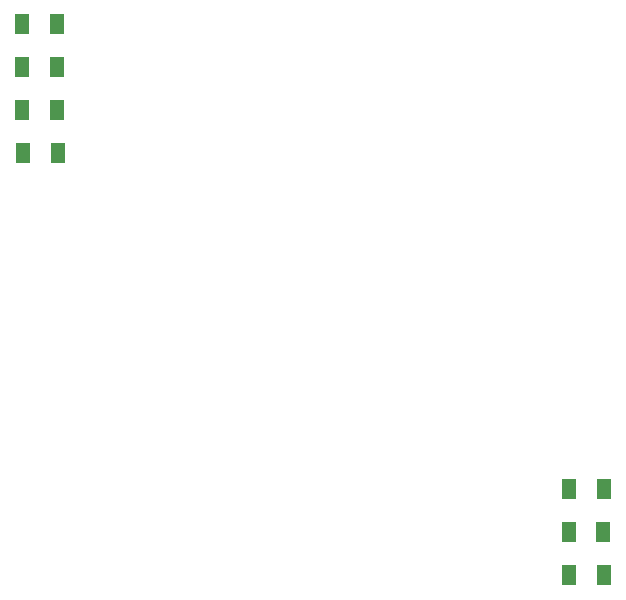
<source format=gbp>
%TF.GenerationSoftware,KiCad,Pcbnew,7.0.9*%
%TF.CreationDate,2024-02-14T22:00:14-05:00*%
%TF.ProjectId,payload24,7061796c-6f61-4643-9234-2e6b69636164,2*%
%TF.SameCoordinates,Original*%
%TF.FileFunction,Paste,Bot*%
%TF.FilePolarity,Positive*%
%FSLAX46Y46*%
G04 Gerber Fmt 4.6, Leading zero omitted, Abs format (unit mm)*
G04 Created by KiCad (PCBNEW 7.0.9) date 2024-02-14 22:00:14*
%MOMM*%
%LPD*%
G01*
G04 APERTURE LIST*
%ADD10R,1.230000X1.770000*%
%ADD11R,1.160000X1.820000*%
G04 APERTURE END LIST*
D10*
%TO.C,R2*%
X41722000Y-34070000D03*
X38790000Y-34070000D03*
%TD*%
%TO.C,R5*%
X41712000Y-41300000D03*
X38780000Y-41300000D03*
%TD*%
%TO.C,R3*%
X41698000Y-37680000D03*
X38766000Y-37680000D03*
%TD*%
D11*
%TO.C,C1*%
X88050000Y-73390000D03*
X85100000Y-73390000D03*
%TD*%
%TO.C,C2*%
X87980000Y-77050000D03*
X85030000Y-77050000D03*
%TD*%
D10*
%TO.C,R6*%
X41784000Y-44920000D03*
X38852000Y-44920000D03*
%TD*%
D11*
%TO.C,C3*%
X88000000Y-80680000D03*
X85050000Y-80680000D03*
%TD*%
M02*

</source>
